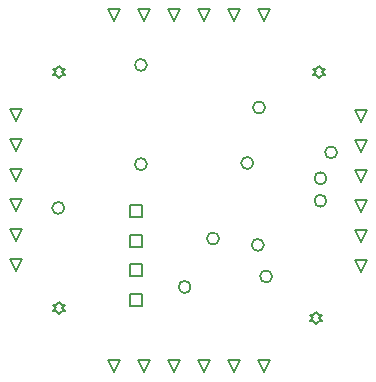
<source format=gbr>
G04*
G04 #@! TF.GenerationSoftware,Altium Limited,Altium Designer,25.8.1 (18)*
G04*
G04 Layer_Color=2752767*
%FSLAX25Y25*%
%MOIN*%
G70*
G04*
G04 #@! TF.SameCoordinates,4631C722-686F-4E2B-9103-F4525CE58AF5*
G04*
G04*
G04 #@! TF.FilePolarity,Positive*
G04*
G01*
G75*
%ADD43C,0.00500*%
%ADD44C,0.00667*%
D43*
X398661Y371228D02*
X396661Y375228D01*
X400661D01*
X398661Y371228D01*
X450787Y307842D02*
X448787Y311842D01*
X452787D01*
X450787Y307842D01*
X335827Y318000D02*
X333827Y322000D01*
X337827D01*
X335827Y318000D01*
X388661Y254299D02*
X386661Y258299D01*
X390661D01*
X388661Y254299D01*
X373984Y286189D02*
Y290189D01*
X377984D01*
Y286189D01*
X373984D01*
X450787Y337842D02*
X448787Y341843D01*
X452787D01*
X450787Y337842D01*
X368661Y371228D02*
X366661Y375228D01*
X370661D01*
X368661Y371228D01*
X373984Y305874D02*
Y309874D01*
X377984D01*
Y305874D01*
X373984D01*
X418661Y254299D02*
X416661Y258299D01*
X420661D01*
X418661Y254299D01*
X335827Y288000D02*
X333827Y292000D01*
X337827D01*
X335827Y288000D01*
X408661Y371228D02*
X406661Y375228D01*
X410661D01*
X408661Y371228D01*
X450787Y317843D02*
X448787Y321843D01*
X452787D01*
X450787Y317843D01*
X388661Y371228D02*
X386661Y375228D01*
X390661D01*
X388661Y371228D01*
X335827Y308000D02*
X333827Y312000D01*
X337827D01*
X335827Y308000D01*
X373984Y276346D02*
Y280346D01*
X377984D01*
Y276346D01*
X373984D01*
X398661Y254299D02*
X396661Y258299D01*
X400661D01*
X398661Y254299D01*
X335827Y328000D02*
X333827Y332000D01*
X337827D01*
X335827Y328000D01*
X450787Y297843D02*
X448787Y301842D01*
X452787D01*
X450787Y297843D01*
X408661Y254299D02*
X406661Y258299D01*
X410661D01*
X408661Y254299D01*
X373984Y296031D02*
Y300031D01*
X377984D01*
Y296031D01*
X373984D01*
X378661Y371228D02*
X376661Y375228D01*
X380661D01*
X378661Y371228D01*
X335827Y298000D02*
X333827Y302000D01*
X337827D01*
X335827Y298000D01*
X450787Y327842D02*
X448787Y331842D01*
X452787D01*
X450787Y327842D01*
X378661Y254299D02*
X376661Y258299D01*
X380661D01*
X378661Y254299D01*
X368661D02*
X366661Y258299D01*
X370661D01*
X368661Y254299D01*
X335827Y338000D02*
X333827Y342000D01*
X337827D01*
X335827Y338000D01*
X450787Y287842D02*
X448787Y291843D01*
X452787D01*
X450787Y287842D01*
X418661Y371228D02*
X416661Y375228D01*
X420661D01*
X418661Y371228D01*
X437008Y352331D02*
X438008Y353331D01*
X439008D01*
X438008Y354331D01*
X439008Y355331D01*
X438008D01*
X437008Y356331D01*
X436008Y355331D01*
X435008D01*
X436008Y354331D01*
X435008Y353331D01*
X436008D01*
X437008Y352331D01*
X350394D02*
X351394Y353331D01*
X352394D01*
X351394Y354331D01*
X352394Y355331D01*
X351394D01*
X350394Y356331D01*
X349394Y355331D01*
X348394D01*
X349394Y354331D01*
X348394Y353331D01*
X349394D01*
X350394Y352331D01*
Y273590D02*
X351394Y274590D01*
X352394D01*
X351394Y275590D01*
X352394Y276590D01*
X351394D01*
X350394Y277590D01*
X349394Y276590D01*
X348394D01*
X349394Y275590D01*
X348394Y274590D01*
X349394D01*
X350394Y273590D01*
X435827Y270441D02*
X436827Y271441D01*
X437827D01*
X436827Y272441D01*
X437827Y273441D01*
X436827D01*
X435827Y274441D01*
X434827Y273441D01*
X433827D01*
X434827Y272441D01*
X433827Y271441D01*
X434827D01*
X435827Y270441D01*
D44*
X379559Y323622D02*
G03*
X379559Y323622I-2000J0D01*
G01*
X418511Y296710D02*
G03*
X418511Y296710I-2000J0D01*
G01*
X352000Y309055D02*
G03*
X352000Y309055I-2000J0D01*
G01*
X379559Y356693D02*
G03*
X379559Y356693I-2000J0D01*
G01*
X421291Y286221D02*
G03*
X421291Y286221I-2000J0D01*
G01*
X439402Y311417D02*
G03*
X439402Y311417I-2000J0D01*
G01*
X442945Y327559D02*
G03*
X442945Y327559I-2000J0D01*
G01*
X439402Y318898D02*
G03*
X439402Y318898I-2000J0D01*
G01*
X418929Y342520D02*
G03*
X418929Y342520I-2000J0D01*
G01*
X403575Y298819D02*
G03*
X403575Y298819I-2000J0D01*
G01*
X414992Y324016D02*
G03*
X414992Y324016I-2000J0D01*
G01*
X394126Y282677D02*
G03*
X394126Y282677I-2000J0D01*
G01*
M02*

</source>
